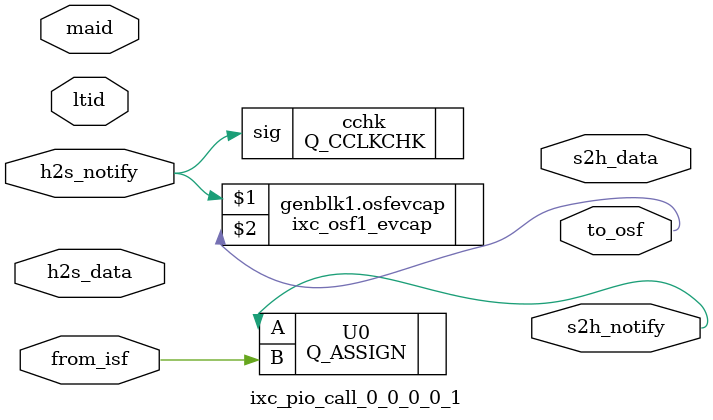
<source format=v>

`ifndef _2_                      
`ifdef CBV                      
`define _2_                      
`else                      
`define _2_ (* _2_state_ *)                      
`endif                      
`endif
`_2_ (* upf_always_on = 1 *) 
module ixc_pio_call_0_0_0_0_1 ( s2h_notify, s2h_data, from_isf, h2s_notify, 
	h2s_data, to_osf, maid, ltid);
// pragma CVASTRPROP MODULE HDLICE HDL_MODULE_ATTRIBUTE "0 vlog"
output s2h_notify;
`_2_ output [0:0] s2h_data;
input from_isf;
input h2s_notify;
`_2_ input [0:0] h2s_data;
output to_osf;
`_2_ input [0:0] maid;
`_2_ input [0:0] ltid;
wire callEvent;
Q_ASSIGN U0 ( .B(from_isf), .A(s2h_notify));
Q_CCLKCHK cchk ( .sig(h2s_notify));
ixc_osf1_evcap \genblk1.osfevcap ( h2s_notify, to_osf);
// pragma CVASTRPROP MODULE HDLICE HDL_TEMPLATE "ixc_pio_call"
// pragma CVASTRPROP MODULE HDLICE HDL_TEMPLATE_LIB "IXCOM_TEMP_LIBRARY"
// pragma CVASTRPROP MODULE HDLICE PROP_IXCOM_MOD TRUE
endmodule

</source>
